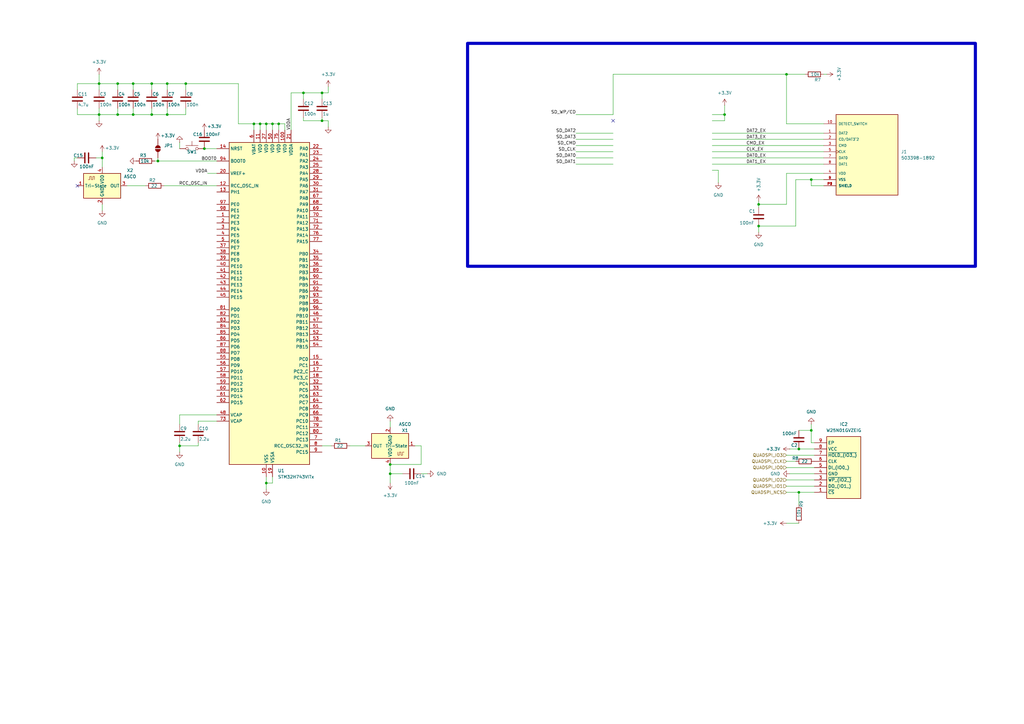
<source format=kicad_sch>
(kicad_sch (version 20231120) (generator "eeschema") (generator_version "8.0")
  (paper "A3")
  (lib_symbols
    (symbol "503398-1892:503398-1892" (pin_names (offset 1.016))
      (property "Reference" "J1" (at 13.97 0.0001 0))
      (property "Value" "503398-1892" (at 13.97 -2.5399 0))
      (symbol "503398-1892_0_0"
        (rectangle (start -12.7 15.24) (end 12.7 -17.78) (stroke (width 0.254)) (fill (type background)))
        (pin passive line (at -17.78 7.62 0) (length 5.08) (name "DAT2") (number "1"))
        (pin passive line (at -17.78 11.43 0) (length 5.08) (name "DETECT_SWITCH") (number "10"))
        (pin passive line (at -17.78 5.08 0) (length 5.08) (name "CD/DAT3^2") (number "2"))
        (pin passive line (at -17.78 2.54 0) (length 5.08) (name "CMD") (number "3"))
        (pin power_in line (at -17.78 -8.89 0) (length 5.08) (name "VDD") (number "4"))
        (pin passive clock (at -17.78 0 0) (length 5.08) (name "CLK") (number "5"))
        (pin power_in line (at -17.78 -11.43 0) (length 5.08) (name "VSS") (number "6"))
        (pin passive line (at -17.78 -2.54 0) (length 5.08) (name "DAT0") (number "7"))
        (pin passive line (at -17.78 -5.08 0) (length 5.08) (name "DAT1") (number "8"))
        (pin power_in line (at -17.78 -11.43 0) (length 5.08) (name "VSS") (number "9"))
        (pin passive line (at -17.78 -13.97 0) (length 5.08) (name "SHIELD") (number "P1"))
        (pin passive line (at -17.78 -13.97 0) (length 5.08) (name "SHIELD") (number "P2"))
        (pin passive line (at -17.78 -13.97 0) (length 5.08) (name "SHIELD") (number "P3"))
        (pin passive line (at -17.78 -13.97 0) (length 5.08) (name "SHIELD") (number "P4"))
      )
    )
    (symbol "Device:C" (pin_numbers hide) (pin_names (offset 0.254))
      (property "Reference" "C" (at 0.635 2.54 0))
      (property "Value" "C" (at 0.635 -2.54 0))
      (symbol "C_0_1"
        (polyline (pts (xy -2.032 -0.762) (xy 2.032 -0.762)) (stroke (width 0.508)))
        (polyline (pts (xy -2.032 0.762) (xy 2.032 0.762)) (stroke (width 0.508)))
      )
      (symbol "C_1_1"
        (pin passive line (at 0 3.81 270) (length 2.794) (name "~") (number "1"))
        (pin passive line (at 0 -3.81 90) (length 2.794) (name "~") (number "2"))
      )
    )
    (symbol "Device:R" (pin_numbers hide) (pin_names (offset 0))
      (property "Reference" "R" (at 2.032 0 90))
      (property "Value" "R" (at 0 0 90))
      (symbol "R_0_1"
        (rectangle (start -1.016 -2.54) (end 1.016 2.54) (stroke (width 0.254)))
      )
      (symbol "R_1_1"
        (pin passive line (at 0 3.81 270) (length 1.27) (name "~") (number "1"))
        (pin passive line (at 0 -3.81 90) (length 1.27) (name "~") (number "2"))
      )
    )
    (symbol "Jumper:SolderJumper_2_Open" (pin_numbers hide) (pin_names (offset 0) hide) (exclude_from_sim yes) (in_bom no)
      (property "Reference" "JP" (at 0 2.032 0))
      (property "Value" "SolderJumper_2_Open" (at 0 -2.54 0))
      (symbol "SolderJumper_2_Open_0_1"
        (arc (start -0.254 1.016) (mid -1.2656 0) (end -0.254 -1.016))
        (arc (start -0.254 1.016) (mid -1.2656 0) (end -0.254 -1.016) (fill (type outline)))
        (polyline (pts (xy -0.254 1.016) (xy -0.254 -1.016)))
        (polyline (pts (xy 0.254 1.016) (xy 0.254 -1.016)))
        (arc (start 0.254 -1.016) (mid 1.2656 0) (end 0.254 1.016))
        (arc (start 0.254 -1.016) (mid 1.2656 0) (end 0.254 1.016) (fill (type outline)))
      )
      (symbol "SolderJumper_2_Open_1_1"
        (pin passive line (at -3.81 0 0) (length 2.54) (name "A") (number "1"))
        (pin passive line (at 3.81 0 180) (length 2.54) (name "B") (number "2"))
      )
    )
    (symbol "MCU_ST_STM32H7:STM32H743VITx"
      (property "Reference" "U" (at -15.24 67.31 0))
      (property "Value" "STM32H743VITx" (at 12.7 67.31 0))
      (symbol "STM32H743VITx_0_1"
        (rectangle (start -15.24 -66.04) (end 17.78 66.04) (stroke (width 0.254)) (fill (type background)))
      )
      (symbol "STM32H743VITx_1_1"
        (pin bidirectional line (at -20.32 35.56 0) (length 5.08) (name "PE2") (number "1"))
        (pin power_in line (at 0 -71.12 90) (length 5.08) (name "VSS") (number "10"))
        (pin power_in line (at 7.62 71.12 270) (length 5.08) (name "VDD") (number "100"))
        (pin power_in line (at -2.54 71.12 270) (length 5.08) (name "VDD") (number "11"))
        (pin bidirectional line (at -20.32 48.26 0) (length 5.08) (name "PH0") (number "12") (alternate "RCC_OSC_IN" bidirectional line))
        (pin bidirectional line (at -20.32 45.72 0) (length 5.08) (name "PH1") (number "13"))
        (pin input line (at -20.32 63.5 0) (length 5.08) (name "NRST") (number "14"))
        (pin bidirectional line (at 22.86 -22.86 180) (length 5.08) (name "PC0") (number "15"))
        (pin bidirectional line (at 22.86 -25.4 180) (length 5.08) (name "PC1") (number "16"))
        (pin bidirectional line (at 22.86 -27.94 180) (length 5.08) (name "PC2_C") (number "17"))
        (pin bidirectional line (at 22.86 -30.48 180) (length 5.08) (name "PC3_C") (number "18"))
        (pin power_in line (at 2.54 -71.12 90) (length 5.08) (name "VSSA") (number "19"))
        (pin bidirectional line (at -20.32 33.02 0) (length 5.08) (name "PE3") (number "2"))
        (pin input line (at -20.32 53.34 0) (length 5.08) (name "VREF+") (number "20"))
        (pin power_in line (at 10.16 71.12 270) (length 5.08) (name "VDDA") (number "21"))
        (pin bidirectional line (at 22.86 63.5 180) (length 5.08) (name "PA0") (number "22"))
        (pin bidirectional line (at 22.86 60.96 180) (length 5.08) (name "PA1") (number "23"))
        (pin bidirectional line (at 22.86 58.42 180) (length 5.08) (name "PA2") (number "24"))
        (pin bidirectional line (at 22.86 55.88 180) (length 5.08) (name "PA3") (number "25"))
        (pin passive line (at 0 -71.12 90) (length 5.08) hide (name "VSS") (number "26"))
        (pin power_in line (at 0 71.12 270) (length 5.08) (name "VDD") (number "27"))
        (pin bidirectional line (at 22.86 53.34 180) (length 5.08) (name "PA4") (number "28"))
        (pin bidirectional line (at 22.86 50.8 180) (length 5.08) (name "PA5") (number "29"))
        (pin bidirectional line (at -20.32 30.48 0) (length 5.08) (name "PE4") (number "3"))
        (pin bidirectional line (at 22.86 48.26 180) (length 5.08) (name "PA6") (number "30"))
        (pin bidirectional line (at 22.86 45.72 180) (length 5.08) (name "PA7") (number "31"))
        (pin bidirectional line (at 22.86 -33.02 180) (length 5.08) (name "PC4") (number "32"))
        (pin bidirectional line (at 22.86 -35.56 180) (length 5.08) (name "PC5") (number "33"))
        (pin bidirectional line (at 22.86 20.32 180) (length 5.08) (name "PB0") (number "34"))
        (pin bidirectional line (at 22.86 17.78 180) (length 5.08) (name "PB1") (number "35"))
        (pin bidirectional line (at 22.86 15.24 180) (length 5.08) (name "PB2") (number "36"))
        (pin bidirectional line (at -20.32 22.86 0) (length 5.08) (name "PE7") (number "37"))
        (pin bidirectional line (at -20.32 20.32 0) (length 5.08) (name "PE8") (number "38"))
        (pin bidirectional line (at -20.32 17.78 0) (length 5.08) (name "PE9") (number "39"))
        (pin bidirectional line (at -20.32 27.94 0) (length 5.08) (name "PE5") (number "4"))
        (pin bidirectional line (at -20.32 15.24 0) (length 5.08) (name "PE10") (number "40"))
        (pin bidirectional line (at -20.32 12.7 0) (length 5.08) (name "PE11") (number "41"))
        (pin bidirectional line (at -20.32 10.16 0) (length 5.08) (name "PE12") (number "42"))
        (pin bidirectional line (at -20.32 7.62 0) (length 5.08) (name "PE13") (number "43"))
        (pin bidirectional line (at -20.32 5.08 0) (length 5.08) (name "PE14") (number "44"))
        (pin bidirectional line (at -20.32 2.54 0) (length 5.08) (name "PE15") (number "45"))
        (pin bidirectional line (at 22.86 -5.08 180) (length 5.08) (name "PB10") (number "46"))
        (pin bidirectional line (at 22.86 -7.62 180) (length 5.08) (name "PB11") (number "47"))
        (pin power_out line (at -20.32 -45.72 0) (length 5.08) (name "VCAP") (number "48"))
        (pin passive line (at 0 -71.12 90) (length 5.08) hide (name "VSS") (number "49"))
        (pin bidirectional line (at -20.32 25.4 0) (length 5.08) (name "PE6") (number "5"))
        (pin power_in line (at 2.54 71.12 270) (length 5.08) (name "VDD") (number "50"))
        (pin bidirectional line (at 22.86 -10.16 180) (length 5.08) (name "PB12") (number "51"))
        (pin bidirectional line (at 22.86 -12.7 180) (length 5.08) (name "PB13") (number "52"))
        (pin bidirectional line (at 22.86 -15.24 180) (length 5.08) (name "PB14") (number "53"))
        (pin bidirectional line (at 22.86 -17.78 180) (length 5.08) (name "PB15") (number "54"))
        (pin bidirectional line (at -20.32 -22.86 0) (length 5.08) (name "PD8") (number "55"))
        (pin bidirectional line (at -20.32 -25.4 0) (length 5.08) (name "PD9") (number "56"))
        (pin bidirectional line (at -20.32 -27.94 0) (length 5.08) (name "PD10") (number "57"))
        (pin bidirectional line (at -20.32 -30.48 0) (length 5.08) (name "PD11") (number "58"))
        (pin bidirectional line (at -20.32 -33.02 0) (length 5.08) (name "PD12") (number "59"))
        (pin power_in line (at -5.08 71.12 270) (length 5.08) (name "VBAT") (number "6"))
        (pin bidirectional line (at -20.32 -35.56 0) (length 5.08) (name "PD13") (number "60"))
        (pin bidirectional line (at -20.32 -38.1 0) (length 5.08) (name "PD14") (number "61"))
        (pin bidirectional line (at -20.32 -40.64 0) (length 5.08) (name "PD15") (number "62"))
        (pin bidirectional line (at 22.86 -38.1 180) (length 5.08) (name "PC6") (number "63"))
        (pin bidirectional line (at 22.86 -40.64 180) (length 5.08) (name "PC7") (number "64"))
        (pin bidirectional line (at 22.86 -43.18 180) (length 5.08) (name "PC8") (number "65"))
        (pin bidirectional line (at 22.86 -45.72 180) (length 5.08) (name "PC9") (number "66"))
        (pin bidirectional line (at 22.86 43.18 180) (length 5.08) (name "PA8") (number "67"))
        (pin bidirectional line (at 22.86 40.64 180) (length 5.08) (name "PA9") (number "68"))
        (pin bidirectional line (at 22.86 38.1 180) (length 5.08) (name "PA10") (number "69"))
        (pin bidirectional line (at 22.86 -55.88 180) (length 5.08) (name "PC13") (number "7"))
        (pin bidirectional line (at 22.86 35.56 180) (length 5.08) (name "PA11") (number "70"))
        (pin bidirectional line (at 22.86 33.02 180) (length 5.08) (name "PA12") (number "71"))
        (pin bidirectional line (at 22.86 30.48 180) (length 5.08) (name "PA13") (number "72"))
        (pin power_out line (at -20.32 -48.26 0) (length 5.08) (name "VCAP") (number "73"))
        (pin passive line (at 0 -71.12 90) (length 5.08) hide (name "VSS") (number "74"))
        (pin power_in line (at 5.08 71.12 270) (length 5.08) (name "VDD") (number "75"))
        (pin bidirectional line (at 22.86 27.94 180) (length 5.08) (name "PA14") (number "76"))
        (pin bidirectional line (at 22.86 25.4 180) (length 5.08) (name "PA15") (number "77"))
        (pin bidirectional line (at 22.86 -48.26 180) (length 5.08) (name "PC10") (number "78"))
        (pin bidirectional line (at 22.86 -50.8 180) (length 5.08) (name "PC11") (number "79"))
        (pin bidirectional line (at 22.86 -58.42 180) (length 5.08) (name "PC14") (number "8") (alternate "RCC_OSC32_IN" bidirectional line))
        (pin bidirectional line (at 22.86 -53.34 180) (length 5.08) (name "PC12") (number "80"))
        (pin bidirectional line (at -20.32 -2.54 0) (length 5.08) (name "PD0") (number "81"))
        (pin bidirectional line (at -20.32 -5.08 0) (length 5.08) (name "PD1") (number "82"))
        (pin bidirectional line (at -20.32 -7.62 0) (length 5.08) (name "PD2") (number "83"))
        (pin bidirectional line (at -20.32 -10.16 0) (length 5.08) (name "PD3") (number "84"))
        (pin bidirectional line (at -20.32 -12.7 0) (length 5.08) (name "PD4") (number "85"))
        (pin bidirectional line (at -20.32 -15.24 0) (length 5.08) (name "PD5") (number "86"))
        (pin bidirectional line (at -20.32 -17.78 0) (length 5.08) (name "PD6") (number "87"))
        (pin bidirectional line (at -20.32 -20.32 0) (length 5.08) (name "PD7") (number "88"))
        (pin bidirectional line (at 22.86 12.7 180) (length 5.08) (name "PB3") (number "89"))
        (pin bidirectional line (at 22.86 -60.96 180) (length 5.08) (name "PC15") (number "9"))
        (pin bidirectional line (at 22.86 10.16 180) (length 5.08) (name "PB4") (number "90"))
        (pin bidirectional line (at 22.86 7.62 180) (length 5.08) (name "PB5") (number "91"))
        (pin bidirectional line (at 22.86 5.08 180) (length 5.08) (name "PB6") (number "92"))
        (pin bidirectional line (at 22.86 2.54 180) (length 5.08) (name "PB7") (number "93"))
        (pin input line (at -20.32 58.42 0) (length 5.08) (name "BOOT0") (number "94"))
        (pin bidirectional line (at 22.86 0 180) (length 5.08) (name "PB8") (number "95"))
        (pin bidirectional line (at 22.86 -2.54 180) (length 5.08) (name "PB9") (number "96"))
        (pin bidirectional line (at -20.32 40.64 0) (length 5.08) (name "PE0") (number "97"))
        (pin bidirectional line (at -20.32 38.1 0) (length 5.08) (name "PE1") (number "98"))
        (pin passive line (at 0 -71.12 90) (length 5.08) hide (name "VSS") (number "99"))
      )
    )
    (symbol "Oscillator:ASCO"
      (property "Reference" "X" (at -7.62 6.35 0))
      (property "Value" "ASCO" (at 1.27 -6.35 0))
      (symbol "ASCO_0_1"
        (rectangle (start -7.62 5.08) (end 7.62 -5.08) (stroke (width 0.254)) (fill (type background)))
        (polyline (pts (xy -5.715 2.54) (xy -5.08 2.54) (xy -5.08 3.81) (xy -4.445 3.81) (xy -4.445 2.54) (xy -3.81 2.54) (xy -3.81 3.81) (xy -3.175 3.81) (xy -3.175 2.54)))
      )
      (symbol "ASCO_1_1"
        (pin input line (at -10.16 0 0) (length 2.54) (name "Tri-State") (number "1"))
        (pin power_in line (at 0 -7.62 90) (length 2.54) (name "GND") (number "2"))
        (pin output line (at 10.16 0 180) (length 2.54) (name "OUT") (number "3"))
        (pin power_in line (at 0 7.62 270) (length 2.54) (name "VDD") (number "4"))
      )
    )
    (symbol "Switch:SW_Omron_B3FS" (pin_numbers hide) (pin_names (offset 1.016) hide)
      (property "Reference" "SW" (at 1.27 2.54 0))
      (property "Value" "SW_Omron_B3FS" (at 0 -1.524 0))
      (symbol "SW_Omron_B3FS_0_1"
        (circle (center -2.032 0) (radius 0.508))
        (polyline (pts (xy 0 1.27) (xy 0 3.048)))
        (polyline (pts (xy 2.54 1.27) (xy -2.54 1.27)))
        (circle (center 2.032 0) (radius 0.508))
        (pin passive line (at -5.08 0 0) (length 2.54) (name "1") (number "1"))
        (pin passive line (at 5.08 0 180) (length 2.54) (name "2") (number "2"))
      )
    )
    (symbol "W25N01GVZEIG:W25N01GVZEIG"
      (property "Reference" "IC2" (at 12.446 7.366 0))
      (property "Value" "W25N01GVZEIG" (at 12.446 4.826 0))
      (symbol "W25N01GVZEIG_1_1"
        (rectangle (start 5.08 2.54) (end 19.05 -22.86) (stroke (width 0.254)) (fill (type background)))
        (pin passive line (at 0 0 0) (length 5.08) (name "~{CS}") (number "1"))
        (pin passive line (at 0 -2.54 0) (length 5.08) (name "DO_(IO1_)") (number "2"))
        (pin passive line (at 0 -5.08 0) (length 5.08) (name "~{WP_(IO2_)}") (number "3"))
        (pin passive line (at 0 -7.62 0) (length 5.08) (name "GND") (number "4"))
        (pin passive line (at 0 -10.16 0) (length 5.08) (name "DI_(IO0_)") (number "5"))
        (pin passive line (at 0 -12.7 0) (length 5.08) (name "CLK") (number "6"))
        (pin passive line (at 0 -15.24 0) (length 5.08) (name "~{HOLD_(IO3_)}") (number "7"))
        (pin passive line (at 0 -17.78 0) (length 5.08) (name "VCC") (number "8"))
        (pin passive line (at 0 -20.32 0) (length 5.08) (name "EP") (number "9"))
      )
    )
    (symbol "power:+3.3V" (power) (pin_numbers hide) (pin_names (offset 0) hide)
      (property "Value" "+3.3V" (at 0 3.556 0))
      (symbol "+3.3V_0_1"
        (polyline (pts (xy -0.762 1.27) (xy 0 2.54)))
        (polyline (pts (xy 0 0) (xy 0 2.54)))
        (polyline (pts (xy 0 2.54) (xy 0.762 1.27)))
      )
      (symbol "+3.3V_1_1"
        (pin power_in line (at 0 0 90) (length 0) (name "~") (number "1"))
      )
    )
    (symbol "power:GND" (power) (pin_numbers hide) (pin_names (offset 0) hide)
      (property "Value" "GND" (at 0 -3.81 0))
      (symbol "GND_0_1"
        (polyline (pts (xy 0 0) (xy 0 -1.27) (xy 1.27 -1.27) (xy 0 -2.54) (xy -1.27 -1.27) (xy 0 -1.27)))
      )
      (symbol "GND_1_1"
        (pin power_in line (at 0 0 270) (length 0) (name "~") (number "1"))
      )
    )
  )
  (junction (at 311.15 83.82))
  (junction (at 111.76 50.8))
  (junction (at 160.02 194.31))
  (junction (at 297.18 46.99))
  (junction (at 62.23 46.99))
  (junction (at 132.08 38.1))
  (junction (at 104.14 50.8))
  (junction (at 332.74 73.66))
  (junction (at 332.74 176.53))
  (junction (at 54.61 46.99))
  (junction (at 48.26 46.99))
  (junction (at 62.23 34.29))
  (junction (at 64.77 66.04))
  (junction (at 54.61 34.29))
  (junction (at 40.64 34.29))
  (junction (at 41.91 64.77))
  (junction (at 114.3 50.8))
  (junction (at 109.22 198.12))
  (junction (at 76.2 34.29))
  (junction (at 68.58 34.29))
  (junction (at 327.66 184.15))
  (junction (at 73.66 182.88))
  (junction (at 106.68 50.8))
  (junction (at 109.22 50.8))
  (junction (at 322.58 30.48))
  (junction (at 132.08 49.53))
  (junction (at 124.46 38.1))
  (junction (at 83.82 60.96))
  (junction (at 327.66 201.93))
  (junction (at 68.58 46.99))
  (junction (at 160.02 190.5))
  (junction (at 40.64 46.99))
  (junction (at 48.26 34.29))
  (junction (at 311.15 92.71))
  (no_connect (at 251.46 49.53))
  (no_connect (at 31.75 76.2))
  (wire (pts (xy 73.66 182.88) (xy 73.66 185.42)))
  (wire (pts (xy 294.64 69.85) (xy 294.64 74.93)))
  (wire (pts (xy 132.08 38.1) (xy 132.08 40.64)))
  (wire (pts (xy 327.66 201.93) (xy 334.01 201.93)))
  (wire (pts (xy 48.26 44.45) (xy 48.26 46.99)))
  (wire (pts (xy 48.26 34.29) (xy 54.61 34.29)))
  (wire (pts (xy 172.72 190.5) (xy 160.02 190.5)))
  (wire (pts (xy 132.08 48.26) (xy 132.08 49.53)))
  (wire (pts (xy 311.15 85.09) (xy 311.15 83.82)))
  (wire (pts (xy 40.64 46.99) (xy 40.64 49.53)))
  (wire (pts (xy 109.22 195.58) (xy 109.22 198.12)))
  (wire (pts (xy 327.66 201.93) (xy 327.66 207.01)))
  (wire (pts (xy 327.66 184.15) (xy 323.85 184.15)))
  (wire (pts (xy 39.37 64.77) (xy 41.91 64.77)))
  (wire (pts (xy 88.9 60.96) (xy 83.82 60.96)))
  (wire (pts (xy 109.22 198.12) (xy 109.22 200.66)))
  (wire (pts (xy 332.74 176.53) (xy 327.66 176.53)))
  (wire (pts (xy 30.48 64.77) (xy 31.75 64.77)))
  (wire (pts (xy 236.22 62.23) (xy 251.46 62.23)))
  (wire (pts (xy 116.84 53.34) (xy 116.84 50.8)))
  (wire (pts (xy 111.76 50.8) (xy 111.76 53.34)))
  (wire (pts (xy 323.85 194.31) (xy 334.01 194.31)))
  (wire (pts (xy 68.58 34.29) (xy 76.2 34.29)))
  (wire (pts (xy 48.26 34.29) (xy 48.26 36.83)))
  (wire (pts (xy 292.1 57.15) (xy 337.82 57.15)))
  (wire (pts (xy 106.68 53.34) (xy 106.68 50.8)))
  (wire (pts (xy 322.58 196.85) (xy 334.01 196.85)))
  (wire (pts (xy 322.58 186.69) (xy 334.01 186.69)))
  (wire (pts (xy 337.82 73.66) (xy 332.74 73.66)))
  (wire (pts (xy 337.82 50.8) (xy 322.58 50.8)))
  (wire (pts (xy 160.02 194.31) (xy 160.02 190.5)))
  (wire (pts (xy 85.09 71.12) (xy 88.9 71.12)))
  (wire (pts (xy 297.18 46.99) (xy 297.18 43.18)))
  (wire (pts (xy 73.66 181.61) (xy 73.66 182.88)))
  (wire (pts (xy 41.91 62.23) (xy 41.91 64.77)))
  (wire (pts (xy 124.46 38.1) (xy 132.08 38.1)))
  (wire (pts (xy 332.74 73.66) (xy 326.39 73.66)))
  (wire (pts (xy 31.75 46.99) (xy 40.64 46.99)))
  (wire (pts (xy 104.14 53.34) (xy 104.14 50.8)))
  (wire (pts (xy 172.72 182.88) (xy 172.72 190.5)))
  (wire (pts (xy 292.1 64.77) (xy 337.82 64.77)))
  (wire (pts (xy 62.23 34.29) (xy 68.58 34.29)))
  (wire (pts (xy 236.22 57.15) (xy 251.46 57.15)))
  (wire (pts (xy 337.82 30.48) (xy 339.09 30.48)))
  (wire (pts (xy 40.64 34.29) (xy 48.26 34.29)))
  (wire (pts (xy 64.77 66.04) (xy 88.9 66.04)))
  (wire (pts (xy 292.1 67.31) (xy 337.82 67.31)))
  (wire (pts (xy 337.82 71.12) (xy 322.58 71.12)))
  (wire (pts (xy 67.31 76.2) (xy 88.9 76.2)))
  (wire (pts (xy 337.82 76.2) (xy 332.74 76.2)))
  (wire (pts (xy 41.91 83.82) (xy 41.91 86.36)))
  (wire (pts (xy 124.46 40.64) (xy 124.46 38.1)))
  (wire (pts (xy 124.46 49.53) (xy 132.08 49.53)))
  (wire (pts (xy 119.38 38.1) (xy 124.46 38.1)))
  (wire (pts (xy 175.26 194.31) (xy 172.72 194.31)))
  (wire (pts (xy 332.74 181.61) (xy 332.74 176.53)))
  (wire (pts (xy 124.46 48.26) (xy 124.46 49.53)))
  (wire (pts (xy 40.64 34.29) (xy 40.64 30.48)))
  (wire (pts (xy 73.66 170.18) (xy 73.66 173.99)))
  (wire (pts (xy 160.02 194.31) (xy 160.02 198.12)))
  (wire (pts (xy 68.58 44.45) (xy 68.58 46.99)))
  (wire (pts (xy 54.61 44.45) (xy 54.61 46.99)))
  (wire (pts (xy 165.1 194.31) (xy 160.02 194.31)))
  (wire (pts (xy 236.22 54.61) (xy 251.46 54.61)))
  (wire (pts (xy 326.39 73.66) (xy 326.39 92.71)))
  (wire (pts (xy 322.58 189.23) (xy 326.39 189.23)))
  (wire (pts (xy 64.77 66.04) (xy 64.77 64.77)))
  (wire (pts (xy 106.68 50.8) (xy 104.14 50.8)))
  (wire (pts (xy 62.23 44.45) (xy 62.23 46.99)))
  (wire (pts (xy 322.58 71.12) (xy 322.58 83.82)))
  (wire (pts (xy 41.91 64.77) (xy 41.91 68.58)))
  (wire (pts (xy 322.58 83.82) (xy 311.15 83.82)))
  (wire (pts (xy 292.1 62.23) (xy 337.82 62.23)))
  (wire (pts (xy 322.58 201.93) (xy 327.66 201.93)))
  (wire (pts (xy 111.76 50.8) (xy 109.22 50.8)))
  (wire (pts (xy 109.22 50.8) (xy 106.68 50.8)))
  (wire (pts (xy 134.62 35.56) (xy 134.62 38.1)))
  (wire (pts (xy 116.84 50.8) (xy 114.3 50.8)))
  (wire (pts (xy 292.1 54.61) (xy 337.82 54.61)))
  (wire (pts (xy 63.5 66.04) (xy 64.77 66.04)))
  (wire (pts (xy 322.58 30.48) (xy 330.2 30.48)))
  (wire (pts (xy 52.07 76.2) (xy 59.69 76.2)))
  (wire (pts (xy 68.58 34.29) (xy 68.58 36.83)))
  (wire (pts (xy 76.2 34.29) (xy 97.79 34.29)))
  (wire (pts (xy 292.1 69.85) (xy 294.64 69.85)))
  (wire (pts (xy 292.1 49.53) (xy 297.18 49.53)))
  (wire (pts (xy 143.51 182.88) (xy 149.86 182.88)))
  (wire (pts (xy 40.64 36.83) (xy 40.64 34.29)))
  (wire (pts (xy 292.1 46.99) (xy 297.18 46.99)))
  (wire (pts (xy 40.64 46.99) (xy 48.26 46.99)))
  (wire (pts (xy 332.74 176.53) (xy 332.74 173.99)))
  (wire (pts (xy 334.01 181.61) (xy 332.74 181.61)))
  (wire (pts (xy 311.15 83.82) (xy 311.15 82.55)))
  (wire (pts (xy 68.58 46.99) (xy 62.23 46.99)))
  (wire (pts (xy 76.2 46.99) (xy 68.58 46.99)))
  (wire (pts (xy 31.75 36.83) (xy 31.75 34.29)))
  (wire (pts (xy 54.61 34.29) (xy 54.61 36.83)))
  (wire (pts (xy 322.58 30.48) (xy 251.46 30.48)))
  (wire (pts (xy 322.58 199.39) (xy 334.01 199.39)))
  (wire (pts (xy 322.58 191.77) (xy 334.01 191.77)))
  (wire (pts (xy 311.15 95.25) (xy 311.15 92.71)))
  (wire (pts (xy 111.76 198.12) (xy 109.22 198.12)))
  (wire (pts (xy 76.2 34.29) (xy 76.2 36.83)))
  (wire (pts (xy 292.1 59.69) (xy 337.82 59.69)))
  (wire (pts (xy 326.39 92.71) (xy 311.15 92.71)))
  (wire (pts (xy 30.48 66.04) (xy 30.48 64.77)))
  (wire (pts (xy 88.9 170.18) (xy 73.66 170.18)))
  (wire (pts (xy 236.22 59.69) (xy 251.46 59.69)))
  (wire (pts (xy 81.28 182.88) (xy 73.66 182.88)))
  (wire (pts (xy 111.76 195.58) (xy 111.76 198.12)))
  (wire (pts (xy 54.61 46.99) (xy 48.26 46.99)))
  (wire (pts (xy 114.3 50.8) (xy 111.76 50.8)))
  (wire (pts (xy 297.18 49.53) (xy 297.18 46.99)))
  (wire (pts (xy 81.28 181.61) (xy 81.28 182.88)))
  (wire (pts (xy 54.61 46.99) (xy 62.23 46.99)))
  (wire (pts (xy 76.2 44.45) (xy 76.2 46.99)))
  (wire (pts (xy 327.66 214.63) (xy 322.58 214.63)))
  (wire (pts (xy 109.22 50.8) (xy 109.22 53.34)))
  (wire (pts (xy 97.79 50.8) (xy 104.14 50.8)))
  (wire (pts (xy 135.89 182.88) (xy 132.08 182.88)))
  (wire (pts (xy 251.46 30.48) (xy 251.46 46.99)))
  (wire (pts (xy 31.75 44.45) (xy 31.75 46.99)))
  (wire (pts (xy 170.18 182.88) (xy 172.72 182.88)))
  (wire (pts (xy 62.23 34.29) (xy 62.23 36.83)))
  (wire (pts (xy 81.28 172.72) (xy 88.9 172.72)))
  (wire (pts (xy 119.38 53.34) (xy 119.38 38.1)))
  (wire (pts (xy 134.62 49.53) (xy 132.08 49.53)))
  (wire (pts (xy 236.22 64.77) (xy 251.46 64.77)))
  (wire (pts (xy 134.62 52.07) (xy 134.62 49.53)))
  (wire (pts (xy 332.74 76.2) (xy 332.74 73.66)))
  (wire (pts (xy 40.64 44.45) (xy 40.64 46.99)))
  (wire (pts (xy 114.3 53.34) (xy 114.3 50.8)))
  (wire (pts (xy 327.66 184.15) (xy 334.01 184.15)))
  (wire (pts (xy 54.61 34.29) (xy 62.23 34.29)))
  (wire (pts (xy 160.02 175.26) (xy 160.02 172.72)))
  (wire (pts (xy 322.58 50.8) (xy 322.58 30.48)))
  (wire (pts (xy 134.62 38.1) (xy 132.08 38.1)))
  (wire (pts (xy 236.22 67.31) (xy 251.46 67.31)))
  (wire (pts (xy 97.79 50.8) (xy 97.79 34.29)))
  (wire (pts (xy 31.75 34.29) (xy 40.64 34.29)))
  (wire (pts (xy 236.22 46.99) (xy 251.46 46.99)))
  (wire (pts (xy 81.28 173.99) (xy 81.28 172.72)))
  (wire (pts (xy 73.66 58.42) (xy 73.66 60.96)))
  (rectangle (start 191.77 17.78) (end 400.05 109.22) (stroke (width 1.27)))
  (label "SD_WP{slash}CD" (at 236.22 46.99 180))
  (label "BOOT0" (at 88.9 66.04 180))
  (label "SD_DAT2" (at 236.22 54.61 180))
  (label "VDDA" (at 85.09 71.12 180))
  (label "VDDA" (at 119.38 53.34 90))
  (label "SD_CLK" (at 236.22 62.23 180))
  (label "SD_CMD" (at 236.22 59.69 180))
  (label "SD_DAT3" (at 236.22 57.15 180))
  (label "CLK_EX" (at 306.07 62.23 0))
  (label "DAT1_EX" (at 306.07 67.31 0))
  (label "DAT0_EX" (at 306.07 64.77 0))
  (label "DAT3_EX" (at 306.07 57.15 0))
  (label "DAT2_EX" (at 306.07 54.61 0))
  (label "SD_DAT1" (at 236.22 67.31 180))
  (label "RCC_OSC_IN" (at 85.09 76.2 180))
  (label "SD_DAT0" (at 236.22 64.77 180))
  (label "CMD_EX" (at 306.07 59.69 0))
  (hierarchical_label "QUADSPI_IO0" (shape input) (at 322.58 191.77 180))
  (hierarchical_label "QUADSPI_IO2" (shape input) (at 322.58 196.85 180))
  (hierarchical_label "QUADSPI_NCS" (shape input) (at 322.58 201.93 180))
  (hierarchical_label "QUADSPI_CLK" (shape input) (at 322.58 189.23 180))
  (hierarchical_label "QUADSPI_IO1" (shape input) (at 322.58 199.39 180))
  (hierarchical_label "QUADSPI_IO3" (shape input) (at 322.58 186.69 180))
  (symbol (lib_id "power:GND") (at 40.64 49.53 0) (mirror y) (unit 1)
    (property "Reference" "#PWR01" (effects (hide yes)))
    (property "Value" "GND" (effects (hide yes)))
    (property "Description" "Power symbol creates a global label with name \"GND\" , ground" (effects (hide yes)))
  )
  (symbol (lib_id "Device:C") (at 40.64 40.64 0) (unit 1)
    (property "Reference" "C3" (at 40.894 38.608 0) (effects (justify left)))
    (property "Value" "100n" (at 40.894 42.926 0) (effects (justify left)))
    (property "Description" "Unpolarized capacitor" (effects (hide yes)))
  )
  (symbol (lib_id "Device:R") (at 59.69 66.04 90) (unit 1)
    (property "Reference" "R3" (at 58.674 63.754 90))
    (property "Value" "10k" (at 59.436 66.04 90))
    (property "Footprint" "Resistor_SMD:R_0603_1608Metric_Pad0.98x0.95mm_HandSolder" (effects (hide yes)))
    (property "Description" "Resistor" (effects (hide yes)))
  )
  (symbol (lib_id "Device:C") (at 48.26 40.64 0) (unit 1)
    (property "Reference" "C4" (at 48.514 38.608 0) (effects (justify left)))
    (property "Value" "100n" (at 48.514 42.926 0) (effects (justify left)))
    (property "Description" "Unpolarized capacitor" (effects (hide yes)))
  )
  (symbol (lib_id "Device:R") (at 330.2 189.23 270) (mirror x) (unit 1)
    (property "Reference" "R8" (at 324.866 187.96 90) (effects (justify left)))
    (property "Value" "22" (at 328.676 189.23 90) (effects (justify left)))
    (property "Footprint" "Resistor_SMD:R_0603_1608Metric_Pad0.98x0.95mm_HandSolder" (effects (hide yes)))
    (property "Description" "Resistor" (effects (hide yes)))
  )
  (symbol (lib_id "Device:C") (at 311.15 88.9 0) (mirror y) (unit 1)
    (property "Reference" "C1" (at 309.88 86.614 0) (effects (justify left)))
    (property "Value" "100nF" (at 309.372 91.44 0) (effects (justify left)))
    (property "Footprint" "Capacitor_SMD:C_0603_1608Metric_Pad1.08x0.95mm_HandSolder" (effects (hide yes)))
    (property "Description" "Unpolarized capacitor" (effects (hide yes)))
  )
  (symbol (lib_id "Device:C") (at 54.61 40.64 0) (unit 1)
    (property "Reference" "C5" (at 54.864 38.608 0) (effects (justify left)))
    (property "Value" "100n" (at 54.864 42.926 0) (effects (justify left)))
    (property "Description" "Unpolarized capacitor" (effects (hide yes)))
  )
  (symbol (lib_id "Jumper:SolderJumper_2_Open") (at 64.77 60.96 270) (unit 1) (exclude_from_sim yes) (in_bom no)
    (property "Reference" "JP1" (at 67.31 59.6899 90) (effects (justify left)))
    (property "Value" "SolderJumper_2_Open" (effects (hide yes)))
    (property "Description" "Solder Jumper, 2-pole, open" (effects (hide yes)))
  )
  (symbol (lib_id "Device:C") (at 31.75 40.64 0) (unit 1)
    (property "Reference" "C11" (at 32.004 38.608 0) (effects (justify left)))
    (property "Value" "4.7u" (at 32.004 42.926 0) (effects (justify left)))
    (property "Description" "Unpolarized capacitor" (effects (hide yes)))
  )
  (symbol (lib_id "Oscillator:ASCO") (at 160.02 182.88 180) (unit 1)
    (property "Reference" "X1" (at 166.116 176.53 0))
    (property "Value" "ASCO" (at 166.116 173.99 0))
    (property "Footprint" "Oscillator:Oscillator_SMD_Abracon_ASCO-4Pin_1.6x1.2mm" (effects (hide yes)))
    (property "Datasheet" "https://abracon.com/Oscillators/ASCO.pdf" (effects (hide yes)))
    (property "Description" "Crystal Clock Oscillator, Abracon ASCO" (effects (hide yes)))
    (property "Link" "https://www.lcsc.com/product-detail/Temperature-Compensated-Crystal-Oscillators-TCXO_KDS-Daishinku-1XZA032768AD19_C213398.html" (effects (hide yes)))
  )
  (symbol (lib_id "MCU_ST_STM32H7:STM32H743VITx") (at 109.22 124.46 0) (unit 1)
    (property "Reference" "U1" (at 113.9541 193.04 0) (effects (justify left)))
    (property "Value" "STM32H743VITx" (at 113.9541 195.58 0) (effects (justify left)))
    (property "Footprint" "Package_QFP:LQFP-100_14x14mm_P0.5mm" (effects (hide yes)))
    (property "Datasheet" "https://www.st.com/resource/en/datasheet/stm32h743vi.pdf" (effects (hide yes)))
    (property "Description" "STMicroelectronics Arm Cortex-M7 MCU, 2048KB flash, 1024KB RAM, 480 MHz, 1.71-3.6V, 82 GPIO, LQFP100" (effects (hide yes)))
    (pin "12" (alternate "RCC_OSC_IN"))
    (pin "8" (alternate "RCC_OSC32_IN"))
  )
  (symbol (lib_id "power:+3.3V") (at 83.82 53.34 0) (unit 1)
    (property "Reference" "#PWR024" (effects (hide yes)))
    (property "Value" "+3.3V" (at 87.884 51.816 0))
    (property "Description" "Power symbol creates a global label with name \"+3.3V\"" (effects (hide yes)))
  )
  (symbol (lib_id "power:GND") (at 73.66 185.42 0) (mirror y) (unit 1)
    (property "Reference" "#PWR013" (effects (hide yes)))
    (property "Value" "GND" (at 73.66 190.5 0))
    (property "Description" "Power symbol creates a global label with name \"GND\" , ground" (effects (hide yes)))
  )
  (symbol (lib_id "power:+3.3V") (at 322.58 214.63 90) (mirror x) (unit 1)
    (property "Reference" "#PWR010" (effects (hide yes)))
    (property "Value" "+3.3V" (at 318.77 214.6299 90) (effects (justify left)))
    (property "Description" "Power symbol creates a global label with name \"+3.3V\"" (effects (hide yes)))
  )
  (symbol (lib_id "Device:R") (at 334.01 30.48 270) (mirror x) (unit 1)
    (property "Reference" "R7" (at 334.01 32.766 90) (effects (justify left)))
    (property "Value" "10k" (at 332.486 30.48 90) (effects (justify left)))
    (property "Footprint" "Resistor_SMD:R_0603_1608Metric_Pad0.98x0.95mm_HandSolder" (effects (hide yes)))
    (property "Description" "Resistor" (effects (hide yes)))
  )
  (symbol (lib_id "power:GND") (at 134.62 52.07 0) (mirror y) (unit 1)
    (property "Reference" "#PWR015" (effects (hide yes)))
    (property "Value" "GND" (effects (hide yes)))
    (property "Description" "Power symbol creates a global label with name \"GND\" , ground" (effects (hide yes)))
  )
  (symbol (lib_id "power:GND") (at 332.74 173.99 0) (mirror x) (unit 1)
    (property "Reference" "#PWR07" (effects (hide yes)))
    (property "Value" "GND" (at 332.74 168.91 0))
    (property "Description" "Power symbol creates a global label with name \"GND\" , ground" (effects (hide yes)))
  )
  (symbol (lib_id "Device:R") (at 63.5 76.2 90) (unit 1)
    (property "Reference" "R2" (at 62.484 73.914 90))
    (property "Value" "22" (at 63.246 76.2 90))
    (property "Footprint" "Resistor_SMD:R_0603_1608Metric_Pad0.98x0.95mm_HandSolder" (effects (hide yes)))
    (property "Description" "Resistor" (effects (hide yes)))
  )
  (symbol (lib_id "power:GND") (at 294.64 74.93 0) (mirror y) (unit 1)
    (property "Reference" "#PWR011" (effects (hide yes)))
    (property "Value" "GND" (at 294.64 80.01 0))
    (property "Description" "Power symbol creates a global label with name \"GND\" , ground" (effects (hide yes)))
  )
  (symbol (lib_id "power:GND") (at 109.22 200.66 0) (mirror y) (unit 1)
    (property "Reference" "#PWR03" (effects (hide yes)))
    (property "Value" "GND" (at 109.22 205.74 0))
    (property "Description" "Power symbol creates a global label with name \"GND\" , ground" (effects (hide yes)))
  )
  (symbol (lib_id "power:+3.3V") (at 339.09 30.48 270) (mirror x) (unit 1)
    (property "Reference" "#PWR06" (effects (hide yes)))
    (property "Value" "+3.3V" (at 344.17 30.48 0))
    (property "Description" "Power symbol creates a global label with name \"+3.3V\"" (effects (hide yes)))
  )
  (symbol (lib_id "Device:C") (at 68.58 40.64 0) (unit 1)
    (property "Reference" "C7" (at 68.834 38.608 0) (effects (justify left)))
    (property "Value" "100n" (at 68.834 42.926 0) (effects (justify left)))
    (property "Description" "Unpolarized capacitor" (effects (hide yes)))
  )
  (symbol (lib_id "Device:C") (at 327.66 180.34 0) (mirror x) (unit 1)
    (property "Reference" "C2" (at 327.152 182.626 0) (effects (justify right)))
    (property "Value" "100nF" (at 320.802 177.8 0) (effects (justify left)))
    (property "Footprint" "Capacitor_SMD:C_0603_1608Metric_Pad1.08x0.95mm_HandSolder" (effects (hide yes)))
    (property "Description" "Unpolarized capacitor" (effects (hide yes)))
  )
  (symbol (lib_id "Device:R") (at 139.7 182.88 90) (unit 1)
    (property "Reference" "R1" (at 138.684 180.594 90))
    (property "Value" "22" (at 139.446 182.88 90))
    (property "Footprint" "Resistor_SMD:R_0603_1608Metric_Pad0.98x0.95mm_HandSolder" (effects (hide yes)))
    (property "Description" "Resistor" (effects (hide yes)))
  )
  (symbol (lib_id "power:+3.3V") (at 64.77 57.15 0) (unit 1)
    (property "Reference" "#PWR023" (effects (hide yes)))
    (property "Value" "+3.3V" (at 68.834 55.626 0))
    (property "Description" "Power symbol creates a global label with name \"+3.3V\"" (effects (hide yes)))
  )
  (symbol (lib_id "Switch:SW_Omron_B3FS") (at 78.74 60.96 0) (unit 1)
    (property "Reference" "SW1" (at 78.74 62.23 0))
    (property "Value" "SW_Omron_B3FS" (effects (hide yes)))
    (property "Datasheet" "https://omronfs.omron.com/en_US/ecb/products/pdf/en-b3fs.pdf" (effects (hide yes)))
    (property "Description" "Omron B3FS 6x6mm single pole normally-open tactile switch" (effects (hide yes)))
  )
  (symbol (lib_id "Device:C") (at 168.91 194.31 270) (unit 1)
    (property "Reference" "C14" (at 170.434 195.326 90) (effects (justify left)))
    (property "Value" "100nF" (at 165.862 198.12 90) (effects (justify left)))
    (property "Footprint" "Capacitor_SMD:C_0603_1608Metric_Pad1.08x0.95mm_HandSolder" (effects (hide yes)))
    (property "Description" "Unpolarized capacitor" (effects (hide yes)))
  )
  (symbol (lib_id "W25N01GVZEIG:W25N01GVZEIG") (at 334.01 201.93 0) (mirror x) (unit 1)
    (property "Reference" "IC2" (at 346.075 173.99 0))
    (property "Value" "W25N01GVZEIG" (at 346.075 176.53 0))
    (property "Footprint" "Package_SON:WSON-8-1EP_6x5mm_P1.27mm_EP3.4x4.3mm" (effects (hide yes)))
    (property "Datasheet" "https://www.winbond.com/hq/search-resource-file.jsp?partNo=W25N01GVZEIG&type=datasheet" (effects (hide yes)))
    (property "Description" "1Gb QspiNAND Flash 104MHz SON8" (effects (hide yes)))
    (property "Height" "0.8" (effects (hide yes)))
    (property "Mouser Part Number" "454-W25N01GVZEIG" (effects (hide yes)))
    (property "Mouser Price/Stock" "https://www.mouser.co.uk/ProductDetail/Winbond/W25N01GVZEIG?qs=qSfuJ%252Bfl%2Fd6Vfx%252BkNMbzhw%3D%3D" (effects (hide yes)))
    (property "Manufacturer_Name" "Winbond" (effects (hide yes)))
    (property "Manufacturer_Part_Number" "W25N01GVZEIG" (effects (hide yes)))
  )
  (symbol (lib_id "Device:C") (at 35.56 64.77 90) (unit 1)
    (property "Reference" "C15" (at 34.036 63.754 90) (effects (justify left)))
    (property "Value" "100nF" (at 38.608 68.326 90) (effects (justify left)))
    (property "Footprint" "Capacitor_SMD:C_0603_1608Metric_Pad1.08x0.95mm_HandSolder" (effects (hide yes)))
    (property "Description" "Unpolarized capacitor" (effects (hide yes)))
  )
  (symbol (lib_id "power:+3.3V") (at 160.02 198.12 180) (unit 1)
    (property "Reference" "#PWR018" (effects (hide yes)))
    (property "Value" "+3.3V" (at 160.02 203.2 0))
    (property "Description" "Power symbol creates a global label with name \"+3.3V\"" (effects (hide yes)))
  )
  (symbol (lib_id "power:GND") (at 30.48 66.04 0) (mirror y) (unit 1)
    (property "Reference" "#PWR021" (effects (hide yes)))
    (property "Value" "GND" (effects (hide yes)))
    (property "Description" "Power symbol creates a global label with name \"GND\" , ground" (effects (hide yes)))
  )
  (symbol (lib_id "power:GND") (at 175.26 194.31 90) (mirror x) (unit 1)
    (property "Reference" "#PWR017" (effects (hide yes)))
    (property "Value" "GND" (at 179.07 194.3101 90) (effects (justify right)))
    (property "Description" "Power symbol creates a global label with name \"GND\" , ground" (effects (hide yes)))
  )
  (symbol (lib_id "power:GND") (at 311.15 95.25 0) (mirror y) (unit 1)
    (property "Reference" "#PWR04" (effects (hide yes)))
    (property "Value" "GND" (at 311.15 100.33 0))
    (property "Description" "Power symbol creates a global label with name \"GND\" , ground" (effects (hide yes)))
  )
  (symbol (lib_id "power:GND") (at 73.66 58.42 0) (mirror x) (unit 1)
    (property "Reference" "#PWR025" (effects (hide yes)))
    (property "Value" "GND" (effects (hide yes)))
    (property "Description" "Power symbol creates a global label with name \"GND\" , ground" (effects (hide yes)))
  )
  (symbol (lib_id "Device:C") (at 124.46 44.45 0) (unit 1)
    (property "Reference" "C12" (at 124.714 42.418 0) (effects (justify left)))
    (property "Value" "100n" (at 124.714 46.736 0) (effects (justify left)))
    (property "Description" "Unpolarized capacitor" (effects (hide yes)))
  )
  (symbol (lib_id "Device:C") (at 73.66 177.8 0) (unit 1)
    (property "Reference" "C9" (at 73.914 175.768 0) (effects (justify left)))
    (property "Value" "2.2u" (at 73.914 180.086 0) (effects (justify left)))
    (property "Description" "Unpolarized capacitor" (effects (hide yes)))
  )
  (symbol (lib_id "power:GND") (at 41.91 86.36 0) (mirror y) (unit 1)
    (property "Reference" "#PWR022" (effects (hide yes)))
    (property "Value" "GND" (at 41.91 91.44 0))
    (property "Description" "Power symbol creates a global label with name \"GND\" , ground" (effects (hide yes)))
  )
  (symbol (lib_id "power:GND") (at 160.02 172.72 0) (mirror x) (unit 1)
    (property "Reference" "#PWR016" (effects (hide yes)))
    (property "Value" "GND" (at 160.02 167.64 0))
    (property "Description" "Power symbol creates a global label with name \"GND\" , ground" (effects (hide yes)))
  )
  (symbol (lib_id "power:+3.3V") (at 41.91 62.23 0) (unit 1)
    (property "Reference" "#PWR019" (effects (hide yes)))
    (property "Value" "+3.3V" (at 45.974 60.706 0))
    (property "Description" "Power symbol creates a global label with name \"+3.3V\"" (effects (hide yes)))
  )
  (symbol (lib_id "power:+3.3V") (at 40.64 30.48 0) (mirror y) (unit 1)
    (property "Reference" "#PWR02" (effects (hide yes)))
    (property "Value" "+3.3V" (at 40.64 25.4 0))
    (property "Description" "Power symbol creates a global label with name \"+3.3V\"" (effects (hide yes)))
  )
  (symbol (lib_id "Device:C") (at 132.08 44.45 0) (unit 1)
    (property "Reference" "C13" (at 132.334 42.418 0) (effects (justify left)))
    (property "Value" "1u" (at 132.334 46.736 0) (effects (justify left)))
    (property "Description" "Unpolarized capacitor" (effects (hide yes)))
  )
  (symbol (lib_id "Device:C") (at 81.28 177.8 0) (unit 1)
    (property "Reference" "C10" (at 81.534 175.768 0) (effects (justify left)))
    (property "Value" "2.2u" (at 81.534 180.086 0) (effects (justify left)))
    (property "Description" "Unpolarized capacitor" (effects (hide yes)))
  )
  (symbol (lib_id "power:+3.3V") (at 134.62 35.56 0) (mirror y) (unit 1)
    (property "Reference" "#PWR014" (effects (hide yes)))
    (property "Value" "+3.3V" (at 134.62 30.48 0))
    (property "Description" "Power symbol creates a global label with name \"+3.3V\"" (effects (hide yes)))
  )
  (symbol (lib_id "power:+3.3V") (at 311.15 82.55 0) (mirror y) (unit 1)
    (property "Reference" "#PWR05" (effects (hide yes)))
    (property "Value" "+3.3V" (at 311.1501 78.74 90) (effects (justify left)))
    (property "Description" "Power symbol creates a global label with name \"+3.3V\"" (effects (hide yes)))
  )
  (symbol (lib_id "Device:C") (at 62.23 40.64 0) (unit 1)
    (property "Reference" "C6" (at 62.484 38.608 0) (effects (justify left)))
    (property "Value" "100n" (at 62.484 42.926 0) (effects (justify left)))
    (property "Description" "Unpolarized capacitor" (effects (hide yes)))
  )
  (symbol (lib_id "Device:C") (at 83.82 57.15 180) (unit 1)
    (property "Reference" "C16" (at 83.058 55.118 0) (effects (justify left)))
    (property "Value" "100nF" (at 90.424 55.118 0) (effects (justify left)))
    (property "Footprint" "Capacitor_SMD:C_0603_1608Metric_Pad1.08x0.95mm_HandSolder" (effects (hide yes)))
    (property "Description" "Unpolarized capacitor" (effects (hide yes)))
  )
  (symbol (lib_id "Oscillator:ASCO") (at 41.91 76.2 0) (unit 1)
    (property "Reference" "X2" (at 53.34 69.8814 0))
    (property "Value" "ASCO" (at 53.34 72.4214 0))
    (property "Footprint" "Oscillator:Oscillator_SMD_Abracon_ASCO-4Pin_1.6x1.2mm" (effects (hide yes)))
    (property "Datasheet" "https://abracon.com/Oscillators/ASCO.pdf" (effects (hide yes)))
    (property "Description" "Crystal Clock Oscillator, Abracon ASCO" (effects (hide yes)))
    (property "Link" "https://www.lcsc.com/product-detail/Temperature-Compensated-Crystal-Oscillators-TCXO_Interquip-TC80E-25-000-DTAKA_C3003285.html" (effects (hide yes)))
  )
  (symbol (lib_id "503398-1892:503398-1892") (at 355.6 62.23 0) (unit 1)
    (property "Reference" "J1" (at 369.57 62.2299 0) (effects (justify left)))
    (property "Value" "503398-1892" (at 369.57 64.7699 0) (effects (justify left)))
    (property "Footprint" "503398-1892:MOLEX_503398-1892" (effects (hide yes)))
    (property "MF" "Molex" (effects (hide yes)))
    (property "Description_1" "\n                        \n                            9 (8 + 1) Position Card Connector Secure Digital - microSD™ Surface Mount, Right Angle Gold\n                        \n" (effects (hide yes)))
    (property "Package" "None" (effects (hide yes)))
    (property "Price" "None" (effects (hide yes)))
    (property "Check_prices" "https://www.snapeda.com/parts/5033981892/Molex/view-part/?ref=eda" (effects (hide yes)))
    (property "STANDARD" "MANUFACTURER RECOMMENDATIONS" (effects (hide yes)))
    (property "PARTREV" "0" (effects (hide yes)))
    (property "SnapEDA_Link" "https://www.snapeda.com/parts/5033981892/Molex/view-part/?ref=snap" (effects (hide yes)))
    (property "MP" "5033981892" (effects (hide yes)))
    (property "Availability" "In Stock" (effects (hide yes)))
    (property "MANUFACTURER" "molex" (effects (hide yes)))
  )
  (symbol (lib_id "power:+3.3V") (at 323.85 184.15 90) (mirror x) (unit 1)
    (property "Reference" "#PWR08" (effects (hide yes)))
    (property "Value" "+3.3V" (at 320.04 184.1499 90) (effects (justify left)))
    (property "Description" "Power symbol creates a global label with name \"+3.3V\"" (effects (hide yes)))
  )
  (symbol (lib_id "Device:R") (at 327.66 210.82 0) (mirror y) (unit 1)
    (property "Reference" "R9" (at 328.676 208.026 90) (effects (justify left)))
    (property "Value" "10k" (at 327.66 212.344 90) (effects (justify left)))
    (property "Footprint" "Resistor_SMD:R_0603_1608Metric_Pad0.98x0.95mm_HandSolder" (effects (hide yes)))
    (property "Description" "Resistor" (effects (hide yes)))
  )
  (symbol (lib_id "power:+3.3V") (at 297.18 43.18 0) (mirror y) (unit 1)
    (property "Reference" "#PWR012" (effects (hide yes)))
    (property "Value" "+3.3V" (at 297.18 38.1 0))
    (property "Description" "Power symbol creates a global label with name \"+3.3V\"" (effects (hide yes)))
  )
  (symbol (lib_id "Device:C") (at 76.2 40.64 0) (unit 1)
    (property "Reference" "C8" (at 76.454 38.608 0) (effects (justify left)))
    (property "Value" "100n" (at 76.454 42.926 0) (effects (justify left)))
    (property "Description" "Unpolarized capacitor" (effects (hide yes)))
  )
  (symbol (lib_id "power:GND") (at 55.88 66.04 270) (mirror x) (unit 1)
    (property "Reference" "#PWR020" (effects (hide yes)))
    (property "Value" "GND" (effects (hide yes)))
    (property "Description" "Power symbol creates a global label with name \"GND\" , ground" (effects (hide yes)))
  )
  (symbol (lib_id "power:GND") (at 323.85 194.31 270) (mirror x) (unit 1)
    (property "Reference" "#PWR09" (effects (hide yes)))
    (property "Value" "GND" (at 320.04 194.3099 90) (effects (justify right)))
    (property "Description" "Power symbol creates a global label with name \"GND\" , ground" (effects (hide yes)))
  )
)
</source>
